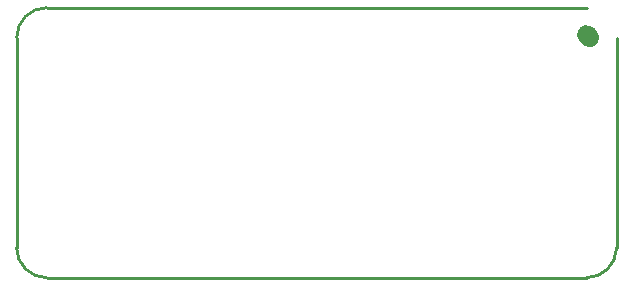
<source format=gm1>
G04*
G04 #@! TF.GenerationSoftware,Altium Limited,Altium Designer,20.1.14 (287)*
G04*
G04 Layer_Color=16711935*
%FSLAX25Y25*%
%MOIN*%
G70*
G04*
G04 #@! TF.SameCoordinates,6A9D062D-DFAF-4A18-B4C3-A7C2119B1702*
G04*
G04*
G04 #@! TF.FilePolarity,Positive*
G04*
G01*
G75*
%ADD10C,0.01000*%
%ADD27C,0.06299*%
D10*
X190000D02*
G03*
X200000Y10000I0J10000D01*
G01*
X10000Y90000D02*
G03*
X0Y80000I0J-10000D01*
G01*
Y10000D02*
G03*
X10000Y0I10000J0D01*
G01*
X190000D01*
X200000Y10000D02*
Y80000D01*
X10000Y90000D02*
X190000D01*
X0Y10000D02*
Y80000D01*
D27*
X191000D02*
G03*
X190000Y81000I-1000J0D01*
G01*
M02*

</source>
